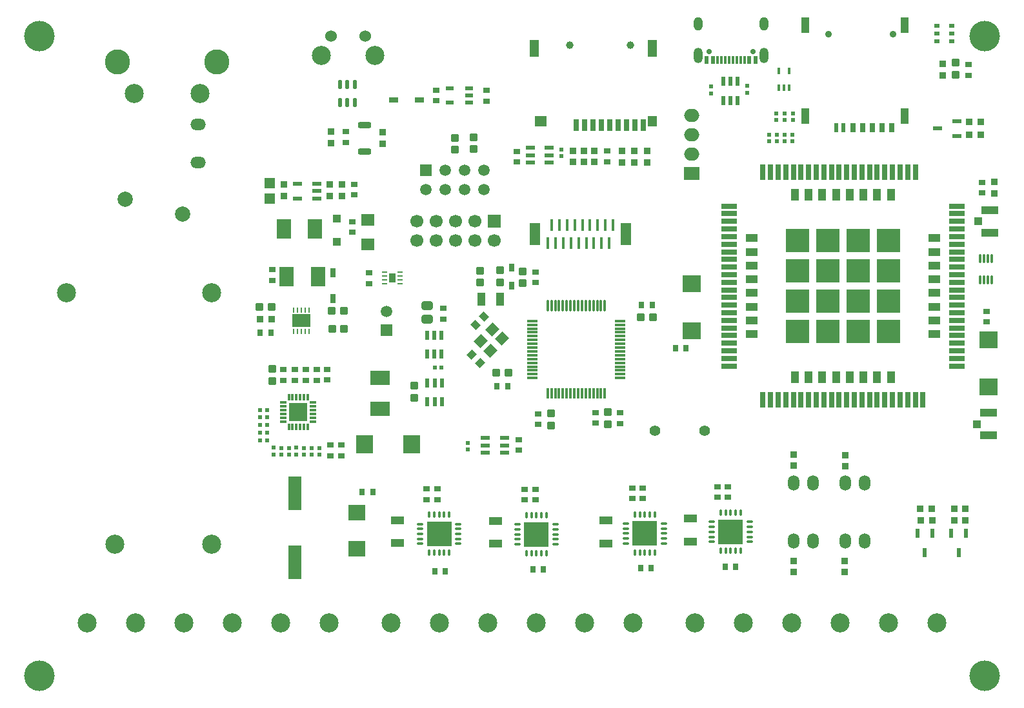
<source format=gbr>
%TF.GenerationSoftware,Altium Limited,Altium Designer,22.5.1 (42)*%
G04 Layer_Color=255*
%FSLAX45Y45*%
%MOMM*%
%TF.SameCoordinates,BCC7A4F8-9605-4868-ACEC-D28EECC8EA53*%
%TF.FilePolarity,Positive*%
%TF.FileFunction,Pads,Top*%
%TF.Part,Single*%
G01*
G75*
%TA.AperFunction,SMDPad,CuDef*%
G04:AMPARAMS|DCode=11|XSize=1.21mm|YSize=0.59mm|CornerRadius=0.07375mm|HoleSize=0mm|Usage=FLASHONLY|Rotation=0.000|XOffset=0mm|YOffset=0mm|HoleType=Round|Shape=RoundedRectangle|*
%AMROUNDEDRECTD11*
21,1,1.21000,0.44250,0,0,0.0*
21,1,1.06250,0.59000,0,0,0.0*
1,1,0.14750,0.53125,-0.22125*
1,1,0.14750,-0.53125,-0.22125*
1,1,0.14750,-0.53125,0.22125*
1,1,0.14750,0.53125,0.22125*
%
%ADD11ROUNDEDRECTD11*%
%ADD12R,0.54000X0.56566*%
%ADD13R,0.90000X0.80000*%
%ADD14R,0.60000X1.10000*%
%ADD15R,0.30000X1.10000*%
%ADD16R,1.90000X2.50000*%
%ADD17R,0.86401X0.80648*%
%ADD18R,1.15000X0.60000*%
%ADD19R,1.35001X1.41000*%
%ADD20R,1.00000X1.05320*%
%ADD21R,1.72799X1.48501*%
%ADD22R,2.50000X1.90000*%
%ADD23R,0.73000X1.21000*%
%ADD24R,0.80648X0.86401*%
%ADD25R,0.60000X1.20000*%
G04:AMPARAMS|DCode=26|XSize=1.65mm|YSize=2.4mm|CornerRadius=0.04125mm|HoleSize=0mm|Usage=FLASHONLY|Rotation=270.000|XOffset=0mm|YOffset=0mm|HoleType=Round|Shape=RoundedRectangle|*
%AMROUNDEDRECTD26*
21,1,1.65000,2.31750,0,0,270.0*
21,1,1.56750,2.40000,0,0,270.0*
1,1,0.08250,-1.15875,-0.78375*
1,1,0.08250,-1.15875,0.78375*
1,1,0.08250,1.15875,0.78375*
1,1,0.08250,1.15875,-0.78375*
%
%ADD26ROUNDEDRECTD26*%
G04:AMPARAMS|DCode=27|XSize=0.6mm|YSize=0.24mm|CornerRadius=0.03mm|HoleSize=0mm|Usage=FLASHONLY|Rotation=270.000|XOffset=0mm|YOffset=0mm|HoleType=Round|Shape=RoundedRectangle|*
%AMROUNDEDRECTD27*
21,1,0.60000,0.18000,0,0,270.0*
21,1,0.54000,0.24000,0,0,270.0*
1,1,0.06000,-0.09000,-0.27000*
1,1,0.06000,-0.09000,0.27000*
1,1,0.06000,0.09000,0.27000*
1,1,0.06000,0.09000,-0.27000*
%
%ADD27ROUNDEDRECTD27*%
%ADD28R,0.40000X1.60000*%
%ADD29R,1.40000X2.90000*%
%ADD30R,1.21000X0.73000*%
%ADD31R,1.10000X0.60000*%
%ADD32R,0.70000X1.60000*%
%ADD33R,1.60000X1.40000*%
%ADD34R,1.20000X2.20000*%
%ADD35R,1.20000X1.40000*%
G04:AMPARAMS|DCode=36|XSize=1.475mm|YSize=0.3mm|CornerRadius=0.075mm|HoleSize=0mm|Usage=FLASHONLY|Rotation=90.000|XOffset=0mm|YOffset=0mm|HoleType=Round|Shape=RoundedRectangle|*
%AMROUNDEDRECTD36*
21,1,1.47500,0.15000,0,0,90.0*
21,1,1.32500,0.30000,0,0,90.0*
1,1,0.15000,0.07500,0.66250*
1,1,0.15000,0.07500,-0.66250*
1,1,0.15000,-0.07500,-0.66250*
1,1,0.15000,-0.07500,0.66250*
%
%ADD36ROUNDEDRECTD36*%
%ADD37R,1.47500X0.30000*%
%ADD38R,0.30000X1.47500*%
%ADD39R,0.75001X1.00000*%
G04:AMPARAMS|DCode=40|XSize=1.7mm|YSize=0.8mm|CornerRadius=0.2mm|HoleSize=0mm|Usage=FLASHONLY|Rotation=180.000|XOffset=0mm|YOffset=0mm|HoleType=Round|Shape=RoundedRectangle|*
%AMROUNDEDRECTD40*
21,1,1.70000,0.40000,0,0,180.0*
21,1,1.30000,0.80000,0,0,180.0*
1,1,0.40000,-0.65000,0.20000*
1,1,0.40000,0.65000,0.20000*
1,1,0.40000,0.65000,-0.20000*
1,1,0.40000,-0.65000,-0.20000*
%
%ADD40ROUNDEDRECTD40*%
%ADD41R,0.88900X1.29540*%
%ADD42R,0.71120X0.25400*%
%ADD43R,1.65100X4.50088*%
G04:AMPARAMS|DCode=44|XSize=1.21mm|YSize=0.59mm|CornerRadius=0.07375mm|HoleSize=0mm|Usage=FLASHONLY|Rotation=90.000|XOffset=0mm|YOffset=0mm|HoleType=Round|Shape=RoundedRectangle|*
%AMROUNDEDRECTD44*
21,1,1.21000,0.44250,0,0,90.0*
21,1,1.06250,0.59000,0,0,90.0*
1,1,0.14750,0.22125,0.53125*
1,1,0.14750,0.22125,-0.53125*
1,1,0.14750,-0.22125,-0.53125*
1,1,0.14750,-0.22125,0.53125*
%
%ADD44ROUNDEDRECTD44*%
G04:AMPARAMS|DCode=45|XSize=1.45mm|YSize=1.15mm|CornerRadius=0.2875mm|HoleSize=0mm|Usage=FLASHONLY|Rotation=0.000|XOffset=0mm|YOffset=0mm|HoleType=Round|Shape=RoundedRectangle|*
%AMROUNDEDRECTD45*
21,1,1.45000,0.57500,0,0,0.0*
21,1,0.87500,1.15000,0,0,0.0*
1,1,0.57500,0.43750,-0.28750*
1,1,0.57500,-0.43750,-0.28750*
1,1,0.57500,-0.43750,0.28750*
1,1,0.57500,0.43750,0.28750*
%
%ADD45ROUNDEDRECTD45*%
G04:AMPARAMS|DCode=46|XSize=0.94mm|YSize=1.02mm|CornerRadius=0.094mm|HoleSize=0mm|Usage=FLASHONLY|Rotation=180.000|XOffset=0mm|YOffset=0mm|HoleType=Round|Shape=RoundedRectangle|*
%AMROUNDEDRECTD46*
21,1,0.94000,0.83200,0,0,180.0*
21,1,0.75200,1.02000,0,0,180.0*
1,1,0.18800,-0.37600,0.41600*
1,1,0.18800,0.37600,0.41600*
1,1,0.18800,0.37600,-0.41600*
1,1,0.18800,-0.37600,-0.41600*
%
%ADD46ROUNDEDRECTD46*%
%ADD47R,0.80000X0.90000*%
%ADD48R,0.56566X0.54000*%
G04:AMPARAMS|DCode=49|XSize=0.94mm|YSize=1.02mm|CornerRadius=0.094mm|HoleSize=0mm|Usage=FLASHONLY|Rotation=270.000|XOffset=0mm|YOffset=0mm|HoleType=Round|Shape=RoundedRectangle|*
%AMROUNDEDRECTD49*
21,1,0.94000,0.83200,0,0,270.0*
21,1,0.75200,1.02000,0,0,270.0*
1,1,0.18800,-0.41600,-0.37600*
1,1,0.18800,-0.41600,0.37600*
1,1,0.18800,0.41600,0.37600*
1,1,0.18800,0.41600,-0.37600*
%
%ADD49ROUNDEDRECTD49*%
%ADD50R,2.30000X2.45000*%
G04:AMPARAMS|DCode=51|XSize=0.86mm|YSize=0.27mm|CornerRadius=0.03375mm|HoleSize=0mm|Usage=FLASHONLY|Rotation=90.000|XOffset=0mm|YOffset=0mm|HoleType=Round|Shape=RoundedRectangle|*
%AMROUNDEDRECTD51*
21,1,0.86000,0.20250,0,0,90.0*
21,1,0.79250,0.27000,0,0,90.0*
1,1,0.06750,0.10125,0.39625*
1,1,0.06750,0.10125,-0.39625*
1,1,0.06750,-0.10125,-0.39625*
1,1,0.06750,-0.10125,0.39625*
%
%ADD51ROUNDEDRECTD51*%
G04:AMPARAMS|DCode=52|XSize=0.86mm|YSize=0.27mm|CornerRadius=0.03375mm|HoleSize=0mm|Usage=FLASHONLY|Rotation=0.000|XOffset=0mm|YOffset=0mm|HoleType=Round|Shape=RoundedRectangle|*
%AMROUNDEDRECTD52*
21,1,0.86000,0.20250,0,0,0.0*
21,1,0.79250,0.27000,0,0,0.0*
1,1,0.06750,0.39625,-0.10125*
1,1,0.06750,-0.39625,-0.10125*
1,1,0.06750,-0.39625,0.10125*
1,1,0.06750,0.39625,0.10125*
%
%ADD52ROUNDEDRECTD52*%
%ADD53R,2.45000X2.45000*%
G04:AMPARAMS|DCode=54|XSize=1.24mm|YSize=0.55mm|CornerRadius=0.1375mm|HoleSize=0mm|Usage=FLASHONLY|Rotation=270.000|XOffset=0mm|YOffset=0mm|HoleType=Round|Shape=RoundedRectangle|*
%AMROUNDEDRECTD54*
21,1,1.24000,0.27500,0,0,270.0*
21,1,0.96500,0.55000,0,0,270.0*
1,1,0.27500,-0.13750,-0.48250*
1,1,0.27500,-0.13750,0.48250*
1,1,0.27500,0.13750,0.48250*
1,1,0.27500,0.13750,-0.48250*
%
%ADD54ROUNDEDRECTD54*%
G04:AMPARAMS|DCode=55|XSize=0.71mm|YSize=0.53mm|CornerRadius=0.06625mm|HoleSize=0mm|Usage=FLASHONLY|Rotation=0.000|XOffset=0mm|YOffset=0mm|HoleType=Round|Shape=RoundedRectangle|*
%AMROUNDEDRECTD55*
21,1,0.71000,0.39750,0,0,0.0*
21,1,0.57750,0.53000,0,0,0.0*
1,1,0.13250,0.28875,-0.19875*
1,1,0.13250,-0.28875,-0.19875*
1,1,0.13250,-0.28875,0.19875*
1,1,0.13250,0.28875,0.19875*
%
%ADD55ROUNDEDRECTD55*%
G04:AMPARAMS|DCode=56|XSize=1.12mm|YSize=0.27mm|CornerRadius=0.03375mm|HoleSize=0mm|Usage=FLASHONLY|Rotation=90.000|XOffset=0mm|YOffset=0mm|HoleType=Round|Shape=RoundedRectangle|*
%AMROUNDEDRECTD56*
21,1,1.12000,0.20250,0,0,90.0*
21,1,1.05250,0.27000,0,0,90.0*
1,1,0.06750,0.10125,0.52625*
1,1,0.06750,0.10125,-0.52625*
1,1,0.06750,-0.10125,-0.52625*
1,1,0.06750,-0.10125,0.52625*
%
%ADD56ROUNDEDRECTD56*%
%ADD57R,0.60000X1.30000*%
%ADD58R,0.80000X1.30000*%
%ADD59R,1.00000X2.10000*%
%ADD60R,2.20000X1.05000*%
%ADD61R,1.05000X1.00000*%
%TA.AperFunction,BGAPad,CuDef*%
%ADD62R,3.09999X3.09999*%
%TA.AperFunction,SMDPad,CuDef*%
%ADD63R,0.70000X2.00000*%
%ADD64R,2.00000X0.70000*%
%ADD65R,1.60000X1.10000*%
%ADD66R,1.10000X1.60000*%
%ADD67R,2.00000X0.70000*%
%ADD68R,2.45000X2.30000*%
%ADD69R,0.86401X0.80000*%
%ADD70R,1.20000X0.60000*%
%ADD71R,0.30480X0.87630*%
%ADD72R,1.00000X1.80000*%
G04:AMPARAMS|DCode=73|XSize=0.94mm|YSize=1.02mm|CornerRadius=0.094mm|HoleSize=0mm|Usage=FLASHONLY|Rotation=45.000|XOffset=0mm|YOffset=0mm|HoleType=Round|Shape=RoundedRectangle|*
%AMROUNDEDRECTD73*
21,1,0.94000,0.83200,0,0,45.0*
21,1,0.75200,1.02000,0,0,45.0*
1,1,0.18800,0.56003,-0.02829*
1,1,0.18800,0.02829,-0.56003*
1,1,0.18800,-0.56003,0.02829*
1,1,0.18800,-0.02829,0.56003*
%
%ADD73ROUNDEDRECTD73*%
G04:AMPARAMS|DCode=74|XSize=0.94mm|YSize=1.02mm|CornerRadius=0.094mm|HoleSize=0mm|Usage=FLASHONLY|Rotation=315.000|XOffset=0mm|YOffset=0mm|HoleType=Round|Shape=RoundedRectangle|*
%AMROUNDEDRECTD74*
21,1,0.94000,0.83200,0,0,315.0*
21,1,0.75200,1.02000,0,0,315.0*
1,1,0.18800,-0.02829,-0.56003*
1,1,0.18800,-0.56003,-0.02829*
1,1,0.18800,0.02829,0.56003*
1,1,0.18800,0.56003,0.02829*
%
%ADD74ROUNDEDRECTD74*%
G04:AMPARAMS|DCode=75|XSize=0.94mm|YSize=1.77mm|CornerRadius=0.0658mm|HoleSize=0mm|Usage=FLASHONLY|Rotation=90.000|XOffset=0mm|YOffset=0mm|HoleType=Round|Shape=RoundedRectangle|*
%AMROUNDEDRECTD75*
21,1,0.94000,1.63840,0,0,90.0*
21,1,0.80840,1.77000,0,0,90.0*
1,1,0.13160,0.81920,0.40420*
1,1,0.13160,0.81920,-0.40420*
1,1,0.13160,-0.81920,-0.40420*
1,1,0.13160,-0.81920,0.40420*
%
%ADD75ROUNDEDRECTD75*%
G04:AMPARAMS|DCode=76|XSize=1.09mm|YSize=1.77mm|CornerRadius=0.0763mm|HoleSize=0mm|Usage=FLASHONLY|Rotation=90.000|XOffset=0mm|YOffset=0mm|HoleType=Round|Shape=RoundedRectangle|*
%AMROUNDEDRECTD76*
21,1,1.09000,1.61740,0,0,90.0*
21,1,0.93740,1.77000,0,0,90.0*
1,1,0.15260,0.80870,0.46870*
1,1,0.15260,0.80870,-0.46870*
1,1,0.15260,-0.80870,-0.46870*
1,1,0.15260,-0.80870,0.46870*
%
%ADD76ROUNDEDRECTD76*%
%ADD77O,0.84699X0.36401*%
%ADD78R,2.19240X2.04749*%
G04:AMPARAMS|DCode=79|XSize=1.4mm|YSize=1.2mm|CornerRadius=0mm|HoleSize=0mm|Usage=FLASHONLY|Rotation=225.000|XOffset=0mm|YOffset=0mm|HoleType=Round|Shape=Rectangle|*
%AMROTATEDRECTD79*
4,1,4,0.07071,0.91924,0.91924,0.07071,-0.07071,-0.91924,-0.91924,-0.07071,0.07071,0.91924,0.0*
%
%ADD79ROTATEDRECTD79*%

%ADD80R,3.25001X3.25001*%
%ADD81O,0.36401X0.84699*%
%TA.AperFunction,ComponentPad*%
%ADD85O,1.20000X2.00000*%
%ADD86O,1.20000X1.80000*%
%ADD87C,0.70002*%
%ADD88C,3.30002*%
%ADD89C,2.50000*%
%ADD90C,2.49936*%
%ADD91C,1.99898*%
%TA.AperFunction,ViaPad*%
%ADD92C,4.00000*%
%TA.AperFunction,ComponentPad*%
%ADD93R,2.00000X1.70000*%
%ADD94O,2.00000X1.70000*%
%ADD95C,1.00000*%
%ADD96C,1.52400*%
%ADD97O,1.52400X2.00000*%
%ADD98C,1.50800*%
%ADD99R,1.50800X1.50800*%
%ADD100C,1.70000*%
%ADD101R,1.70000X1.70000*%
%ADD102C,1.50000*%
%ADD103R,1.50000X1.50000*%
%ADD104C,0.90002*%
%ADD105C,1.40800*%
%ADD106O,2.00000X1.50000*%
D11*
X6147260Y3422540D02*
D03*
Y3327540D02*
D03*
Y3232540D02*
D03*
X6398260D02*
D03*
Y3327540D02*
D03*
Y3422540D02*
D03*
X6737170Y7043420D02*
D03*
Y7138420D02*
D03*
Y7233420D02*
D03*
X6988170D02*
D03*
Y7138420D02*
D03*
Y7043420D02*
D03*
D12*
X5921190Y3360372D02*
D03*
Y3273809D02*
D03*
X7143220Y7208932D02*
D03*
Y7122369D02*
D03*
X3973644Y3208098D02*
D03*
Y3294661D02*
D03*
X3771764Y3294759D02*
D03*
Y3208196D02*
D03*
X3873364Y3294759D02*
D03*
Y3208196D02*
D03*
X3569124Y3294201D02*
D03*
Y3207638D02*
D03*
X3670284Y3208378D02*
D03*
Y3294941D02*
D03*
X3370304Y3208418D02*
D03*
Y3294981D02*
D03*
X3470444Y3206988D02*
D03*
Y3293551D02*
D03*
X9875980Y7409420D02*
D03*
Y7322857D02*
D03*
X10073310Y7322178D02*
D03*
Y7408741D02*
D03*
X10177650Y7322380D02*
D03*
Y7408943D02*
D03*
X9975180Y7322518D02*
D03*
Y7409081D02*
D03*
X10073810Y7688282D02*
D03*
Y7601718D02*
D03*
X10187940Y7688282D02*
D03*
Y7601718D02*
D03*
X9961520Y7688282D02*
D03*
Y7601718D02*
D03*
X9585010Y7959240D02*
D03*
X9111060Y7951480D02*
D03*
X9585010Y8045803D02*
D03*
X9111060Y8038043D02*
D03*
D13*
X6586580Y3263770D02*
D03*
Y3403750D02*
D03*
X4432120Y6754020D02*
D03*
Y6614040D02*
D03*
X4405490Y6124770D02*
D03*
Y6264749D02*
D03*
X6160130Y7848700D02*
D03*
X6160130Y7988680D02*
D03*
X5501431Y7851063D02*
D03*
Y7991043D02*
D03*
X4620920Y5591870D02*
D03*
Y5451891D02*
D03*
X6561180Y7046100D02*
D03*
Y7186080D02*
D03*
X4319540Y7303600D02*
D03*
Y7443579D02*
D03*
X5594884Y4985009D02*
D03*
Y5124989D02*
D03*
X3354040Y5632779D02*
D03*
Y5492800D02*
D03*
X4261554Y3331179D02*
D03*
Y3191199D02*
D03*
X4118954Y3190599D02*
D03*
Y3330579D02*
D03*
X3497354Y4182280D02*
D03*
Y4322259D02*
D03*
X3791604Y4183590D02*
D03*
Y4323569D02*
D03*
X3934144Y4182280D02*
D03*
Y4322259D02*
D03*
X4076014Y4184910D02*
D03*
Y4324889D02*
D03*
X3648414Y4182930D02*
D03*
Y4322909D02*
D03*
X7596990Y3758910D02*
D03*
Y3618930D02*
D03*
X7743120Y7051947D02*
D03*
Y7191926D02*
D03*
X12489990Y8327407D02*
D03*
Y8187428D02*
D03*
X12723945Y5089400D02*
D03*
Y4949420D02*
D03*
X6839709Y3741080D02*
D03*
Y3601101D02*
D03*
X7918430Y3753880D02*
D03*
Y3613901D02*
D03*
X6803930Y5462710D02*
D03*
Y5602690D02*
D03*
X9334150Y2786100D02*
D03*
Y2646120D02*
D03*
X9192970Y2786890D02*
D03*
Y2646910D02*
D03*
X8215640Y2768600D02*
D03*
Y2628620D02*
D03*
X8073180Y2769180D02*
D03*
Y2629200D02*
D03*
X6659180Y2750600D02*
D03*
Y2610621D02*
D03*
X6806720Y2751380D02*
D03*
Y2611401D02*
D03*
X5517060Y2616950D02*
D03*
Y2756930D02*
D03*
X5377360Y2616950D02*
D03*
Y2756930D02*
D03*
D14*
X9693529Y8388260D02*
D03*
X9053531D02*
D03*
X9613529D02*
D03*
X9133530D02*
D03*
D15*
X9498531D02*
D03*
X9198532D02*
D03*
X9448531D02*
D03*
X9348531D02*
D03*
X9398531D02*
D03*
X9298531D02*
D03*
X9548531D02*
D03*
X9248531D02*
D03*
D16*
X3505323Y6166710D02*
D03*
X3915330D02*
D03*
X3543343Y5546180D02*
D03*
X3953350D02*
D03*
D17*
X3509190Y6753781D02*
D03*
Y6603133D02*
D03*
X4106590D02*
D03*
Y6753781D02*
D03*
X4265960Y6603133D02*
D03*
Y6753781D02*
D03*
X10870800Y3050126D02*
D03*
X10196400Y3058956D02*
D03*
X10865870Y1662136D02*
D03*
X10193200D02*
D03*
Y1812784D02*
D03*
X10865870D02*
D03*
X10870800Y3200774D02*
D03*
X10196400Y3209604D02*
D03*
X4803630Y7440104D02*
D03*
Y7289456D02*
D03*
X4127230Y7449883D02*
D03*
Y7299236D02*
D03*
X8271470Y7194660D02*
D03*
Y7044013D02*
D03*
X7941270D02*
D03*
Y7194660D02*
D03*
X8106370Y7044013D02*
D03*
Y7194660D02*
D03*
X7297180Y7047296D02*
D03*
Y7197944D02*
D03*
X7578020Y7046613D02*
D03*
Y7197260D02*
D03*
X7438310Y7047296D02*
D03*
Y7197944D02*
D03*
X12153060Y8187666D02*
D03*
Y8338314D02*
D03*
X12825540Y6784658D02*
D03*
Y6634010D02*
D03*
D18*
X3684530Y6570200D02*
D03*
Y6760200D02*
D03*
X3934530D02*
D03*
Y6665200D02*
D03*
Y6570200D02*
D03*
D19*
X3316510Y6571310D02*
D03*
Y6771315D02*
D03*
D20*
X4201100Y6301550D02*
D03*
Y5996230D02*
D03*
D21*
X4609460Y6288161D02*
D03*
Y5969660D02*
D03*
D22*
X4767840Y4214603D02*
D03*
Y3804596D02*
D03*
D23*
X4151570Y5590929D02*
D03*
Y5254930D02*
D03*
D24*
X12449437Y2496390D02*
D03*
X12298789D02*
D03*
X11859803Y2343980D02*
D03*
X12010450D02*
D03*
X12297913Y2343990D02*
D03*
X11857207Y2497190D02*
D03*
X12448560Y2343990D02*
D03*
X12007854Y2497190D02*
D03*
X3191090Y4980800D02*
D03*
X3341738D02*
D03*
X12494926Y7573290D02*
D03*
X12645574D02*
D03*
X12494926Y7403829D02*
D03*
X12645574D02*
D03*
D25*
X12357490Y1921750D02*
D03*
X12262490Y2171750D02*
D03*
X12452490D02*
D03*
X11915951Y1921750D02*
D03*
X11820950Y2171750D02*
D03*
X12010951D02*
D03*
D26*
X3731250Y4965510D02*
D03*
D27*
X3831250Y4825510D02*
D03*
X3781250D02*
D03*
X3731250D02*
D03*
X3681250D02*
D03*
X3631250D02*
D03*
Y5105510D02*
D03*
X3681250D02*
D03*
X3731250D02*
D03*
X3781250D02*
D03*
X3831250D02*
D03*
D28*
X6972120Y5980070D02*
D03*
X7022120Y6220070D02*
D03*
X7072120Y5980070D02*
D03*
X7122120Y6220070D02*
D03*
X7172120Y5980070D02*
D03*
X7222120Y6220070D02*
D03*
X7272120Y5980070D02*
D03*
X7322120Y6220070D02*
D03*
X7372120Y5980070D02*
D03*
X7422120Y6220070D02*
D03*
X7472120Y5980070D02*
D03*
X7522120Y6220070D02*
D03*
X7572120Y5980070D02*
D03*
X7622120Y6220070D02*
D03*
X7672120Y5980070D02*
D03*
X7722120Y6220070D02*
D03*
X7772120Y5980070D02*
D03*
X7822120Y6220070D02*
D03*
D29*
X6802120Y6100070D02*
D03*
X7992120Y6100070D02*
D03*
D30*
X5282460Y7860140D02*
D03*
X4946460D02*
D03*
D31*
X5678632Y7827897D02*
D03*
X5678632Y8017889D02*
D03*
X5938651Y8017889D02*
D03*
Y7922893D02*
D03*
Y7827897D02*
D03*
D32*
X8107221Y7529332D02*
D03*
X7337223D02*
D03*
X7447222D02*
D03*
X7557222D02*
D03*
X7997221D02*
D03*
X7777222D02*
D03*
X8217221D02*
D03*
X7667222D02*
D03*
X7887221D02*
D03*
D33*
X6877223Y7579334D02*
D03*
D34*
X6787221Y8539332D02*
D03*
X8337218D02*
D03*
D35*
X8336918Y7579332D02*
D03*
D36*
X7066060Y5159740D02*
D03*
X7116059D02*
D03*
X7216059D02*
D03*
X7266059D02*
D03*
X7316060D02*
D03*
X7366059D02*
D03*
X7416060D02*
D03*
X7466059D02*
D03*
X7516059D02*
D03*
X7566060D02*
D03*
X7616059D02*
D03*
X7666060D02*
D03*
X7716059D02*
D03*
X6966059D02*
D03*
X7166060D02*
D03*
X7016059D02*
D03*
D37*
X7914859Y4610940D02*
D03*
Y4560940D02*
D03*
Y4510940D02*
D03*
Y4460940D02*
D03*
Y4410940D02*
D03*
Y4360940D02*
D03*
Y4310940D02*
D03*
Y4260940D02*
D03*
Y4210940D02*
D03*
X6767260Y4460940D02*
D03*
Y4510940D02*
D03*
Y4560940D02*
D03*
Y4610940D02*
D03*
Y4910940D02*
D03*
X7914859Y4960940D02*
D03*
X6767260Y4360940D02*
D03*
X7914859Y4660940D02*
D03*
Y4710940D02*
D03*
X6767260Y4810940D02*
D03*
Y4860940D02*
D03*
X7914859D02*
D03*
Y4760940D02*
D03*
X6767260Y4660940D02*
D03*
Y4210940D02*
D03*
Y4260940D02*
D03*
Y4310940D02*
D03*
Y4710940D02*
D03*
Y4760940D02*
D03*
X7914859Y4910940D02*
D03*
X6767260Y4410940D02*
D03*
X7914859Y4810940D02*
D03*
X6767260Y4960940D02*
D03*
D38*
X7566060Y4012140D02*
D03*
X7516059D02*
D03*
X7466059D02*
D03*
X7416060D02*
D03*
X7366059D02*
D03*
X7316060D02*
D03*
X7716059D02*
D03*
X7066060D02*
D03*
X7616059D02*
D03*
X7116059D02*
D03*
X7166060D02*
D03*
X6966059D02*
D03*
X7266059D02*
D03*
X7216059D02*
D03*
X7666060D02*
D03*
X7016059D02*
D03*
D39*
X6491710Y5428461D02*
D03*
Y5662979D02*
D03*
D40*
X4561580Y7189460D02*
D03*
Y7529460D02*
D03*
D41*
X4927880Y5525080D02*
D03*
D42*
X5028210Y5600080D02*
D03*
Y5550080D02*
D03*
Y5500080D02*
D03*
Y5450080D02*
D03*
X4827550D02*
D03*
Y5500080D02*
D03*
Y5550080D02*
D03*
Y5600080D02*
D03*
D43*
X3647400Y2694338D02*
D03*
Y1794162D02*
D03*
D44*
X5383524Y4776489D02*
D03*
X5478524D02*
D03*
X5573524D02*
D03*
Y4525489D02*
D03*
X5478524D02*
D03*
X5383524D02*
D03*
X5388304Y3896639D02*
D03*
X5483304D02*
D03*
X5578304D02*
D03*
Y4147639D02*
D03*
X5483304D02*
D03*
X5388304D02*
D03*
X9366250Y8108300D02*
D03*
X9461250Y7857300D02*
D03*
Y8108300D02*
D03*
X9271250Y7857300D02*
D03*
Y8108300D02*
D03*
X9366250Y7857300D02*
D03*
D45*
X5382494Y5161649D02*
D03*
Y4981649D02*
D03*
D46*
X4135214Y5097299D02*
D03*
X4293214D02*
D03*
X4136894Y4854260D02*
D03*
X4294894D02*
D03*
X3343804Y5140999D02*
D03*
X3185804D02*
D03*
X6448060Y4277410D02*
D03*
X6290060D02*
D03*
X8187449Y5008230D02*
D03*
X8345450D02*
D03*
D47*
X3335644Y4802989D02*
D03*
X3195664D02*
D03*
X8640561Y4600200D02*
D03*
X8780540D02*
D03*
X6441929Y4105850D02*
D03*
X6301950D02*
D03*
X8196310Y5174080D02*
D03*
X8336289D02*
D03*
X4672780Y2712890D02*
D03*
X4532801D02*
D03*
X6772040Y1701310D02*
D03*
X6912020D02*
D03*
X9295903Y1734153D02*
D03*
X9435882D02*
D03*
X8183136Y1712785D02*
D03*
X8323115D02*
D03*
X5624362Y1670153D02*
D03*
X5484383D02*
D03*
D48*
X5573832Y4349020D02*
D03*
X5487268D02*
D03*
X3282562Y3595690D02*
D03*
X3195998D02*
D03*
X3281766Y3793439D02*
D03*
X3195203D02*
D03*
X3282313Y3695910D02*
D03*
X3195750D02*
D03*
X3194853Y3394889D02*
D03*
X3281416D02*
D03*
X3195333Y3495339D02*
D03*
X3281896D02*
D03*
D49*
X5214544Y3951709D02*
D03*
Y4109710D02*
D03*
X3349564Y4332919D02*
D03*
Y4174919D02*
D03*
X5993140Y7373850D02*
D03*
Y7215850D02*
D03*
X5745090Y7366320D02*
D03*
Y7208320D02*
D03*
X12316960Y8193959D02*
D03*
Y8351959D02*
D03*
X7011119Y3746360D02*
D03*
Y3588360D02*
D03*
X7754700Y3761870D02*
D03*
Y3603870D02*
D03*
X6635010Y5455930D02*
D03*
Y5613930D02*
D03*
X6344020Y5466280D02*
D03*
Y5624280D02*
D03*
X6083270Y5464280D02*
D03*
Y5622280D02*
D03*
D50*
X4561994Y3345379D02*
D03*
X5181994D02*
D03*
D51*
X3569034Y3570769D02*
D03*
X3619034D02*
D03*
X3669034D02*
D03*
X3719034D02*
D03*
X3769034D02*
D03*
X3819034D02*
D03*
Y3957769D02*
D03*
X3769034D02*
D03*
X3719034D02*
D03*
X3669034D02*
D03*
X3619034D02*
D03*
X3569034D02*
D03*
D52*
X3500534Y3889269D02*
D03*
Y3839269D02*
D03*
Y3789269D02*
D03*
Y3739269D02*
D03*
Y3689269D02*
D03*
Y3639269D02*
D03*
X3887534D02*
D03*
Y3689269D02*
D03*
Y3739269D02*
D03*
Y3789269D02*
D03*
Y3839269D02*
D03*
Y3889269D02*
D03*
D53*
X3694034Y3764269D02*
D03*
D54*
X4433880Y8063310D02*
D03*
X4338880D02*
D03*
X4243880D02*
D03*
Y7831310D02*
D03*
X4338880D02*
D03*
X4433880D02*
D03*
D55*
X12070050Y8834900D02*
D03*
Y8734900D02*
D03*
Y8634900D02*
D03*
X12267050D02*
D03*
Y8734900D02*
D03*
Y8834900D02*
D03*
D56*
X12640380Y5780510D02*
D03*
X12690380D02*
D03*
X12740380D02*
D03*
X12790380D02*
D03*
Y5499510D02*
D03*
X12740380D02*
D03*
X12690380D02*
D03*
X12640380D02*
D03*
D57*
X10749999Y7500317D02*
D03*
X10845000D02*
D03*
D58*
X10972000D02*
D03*
X11099000D02*
D03*
X11226000D02*
D03*
X11353000D02*
D03*
X11480000D02*
D03*
D59*
X11647000Y7648317D02*
D03*
X10347000D02*
D03*
X11647000Y8848318D02*
D03*
X10347000D02*
D03*
D60*
X12750780Y3753510D02*
D03*
Y3458510D02*
D03*
X12769310Y6417190D02*
D03*
Y6122190D02*
D03*
D61*
X12598280Y3606010D02*
D03*
X12616810Y6269690D02*
D03*
D62*
X10241521Y5619858D02*
D03*
Y4819860D02*
D03*
X11041520Y5219859D02*
D03*
X10641521D02*
D03*
Y5619858D02*
D03*
X11041520D02*
D03*
X11441519D02*
D03*
Y5219859D02*
D03*
Y4819860D02*
D03*
X11041520D02*
D03*
X10641521D02*
D03*
X10241521Y5219859D02*
D03*
Y6019857D02*
D03*
X10641521D02*
D03*
X11041520D02*
D03*
X11441519D02*
D03*
X10241521Y5619858D02*
D03*
Y4819860D02*
D03*
X11041520Y5219859D02*
D03*
X10641521D02*
D03*
Y5619858D02*
D03*
X11041520D02*
D03*
X11441519D02*
D03*
Y5219859D02*
D03*
Y4819860D02*
D03*
X11041520D02*
D03*
X10641521D02*
D03*
X10241521Y5219859D02*
D03*
Y6019857D02*
D03*
X10641521D02*
D03*
X11041520D02*
D03*
X11441519D02*
D03*
D63*
X9790112Y3924865D02*
D03*
X9890112D02*
D03*
X9990112D02*
D03*
X10090112D02*
D03*
X10190112D02*
D03*
X10290111D02*
D03*
X10390111D02*
D03*
X10490111D02*
D03*
X10590111D02*
D03*
X10690111D02*
D03*
X10790111D02*
D03*
X10890110D02*
D03*
X10990110D02*
D03*
X11090135D02*
D03*
X11190135D02*
D03*
X11290109D02*
D03*
X11390109D02*
D03*
X11490109D02*
D03*
X11590109D02*
D03*
X11690109D02*
D03*
X11790108D02*
D03*
X11890108D02*
D03*
X9790112Y6914852D02*
D03*
X9890112D02*
D03*
X9990112D02*
D03*
X10090112D02*
D03*
X10190112D02*
D03*
X10290111D02*
D03*
X10390111D02*
D03*
X10490111D02*
D03*
X10590111D02*
D03*
X10690111D02*
D03*
X10790111D02*
D03*
X10890110D02*
D03*
X10990110D02*
D03*
X11090135D02*
D03*
X11190135D02*
D03*
X11290109D02*
D03*
X11490109D02*
D03*
X11390109D02*
D03*
X11590109D02*
D03*
X11690109D02*
D03*
X11790108D02*
D03*
X9790112Y3924865D02*
D03*
X9890112D02*
D03*
X9990112D02*
D03*
X10090112D02*
D03*
X10190112D02*
D03*
X10290111D02*
D03*
X10390111D02*
D03*
X10490111D02*
D03*
X10590111D02*
D03*
X10690111D02*
D03*
X10790111D02*
D03*
X10890110D02*
D03*
X10990110D02*
D03*
X11090135D02*
D03*
X11190135D02*
D03*
X11290109D02*
D03*
X11390109D02*
D03*
X11490109D02*
D03*
X11590109D02*
D03*
X11690109D02*
D03*
X11790108D02*
D03*
X11890108D02*
D03*
X9790112Y6914852D02*
D03*
X9890112D02*
D03*
X9990112D02*
D03*
X10090112D02*
D03*
X10190112D02*
D03*
X10290111D02*
D03*
X10390111D02*
D03*
X10490111D02*
D03*
X10590111D02*
D03*
X10690111D02*
D03*
X10790111D02*
D03*
X10890110D02*
D03*
X10990110D02*
D03*
X11090135D02*
D03*
X11190135D02*
D03*
X11290109D02*
D03*
X11490109D02*
D03*
X11390109D02*
D03*
X11590109D02*
D03*
X11690109D02*
D03*
X11790108D02*
D03*
D64*
X12336513Y4368451D02*
D03*
Y4468451D02*
D03*
Y4568451D02*
D03*
Y4668450D02*
D03*
Y4768450D02*
D03*
Y4868450D02*
D03*
Y4968450D02*
D03*
Y5068450D02*
D03*
Y5168449D02*
D03*
Y5268449D02*
D03*
Y5368449D02*
D03*
Y5468449D02*
D03*
Y5568449D02*
D03*
Y5668474D02*
D03*
Y5768474D02*
D03*
Y5868448D02*
D03*
Y5968448D02*
D03*
Y6068448D02*
D03*
Y6168447D02*
D03*
Y6268447D02*
D03*
Y6368447D02*
D03*
Y6468447D02*
D03*
Y4368451D02*
D03*
Y4468451D02*
D03*
Y4568451D02*
D03*
Y4668450D02*
D03*
Y4768450D02*
D03*
Y4868450D02*
D03*
Y4968450D02*
D03*
Y5068450D02*
D03*
Y5168449D02*
D03*
Y5268449D02*
D03*
Y5368449D02*
D03*
Y5468449D02*
D03*
Y5568449D02*
D03*
Y5668474D02*
D03*
Y5768474D02*
D03*
Y5868448D02*
D03*
Y5968448D02*
D03*
Y6068448D02*
D03*
Y6168447D02*
D03*
Y6268447D02*
D03*
Y6368447D02*
D03*
Y6468447D02*
D03*
D65*
X12041518Y4788465D02*
D03*
Y4968450D02*
D03*
Y5148460D02*
D03*
Y5328469D02*
D03*
Y5508454D02*
D03*
Y5688464D02*
D03*
Y5868448D02*
D03*
Y6048458D02*
D03*
X9641523D02*
D03*
Y5868448D02*
D03*
Y5688464D02*
D03*
Y5508454D02*
D03*
Y5328469D02*
D03*
Y5148460D02*
D03*
Y4968450D02*
D03*
Y4788465D02*
D03*
X12041518D02*
D03*
Y4968450D02*
D03*
Y5148460D02*
D03*
Y5328469D02*
D03*
Y5508454D02*
D03*
Y5688464D02*
D03*
Y5868448D02*
D03*
Y6048458D02*
D03*
X9641523D02*
D03*
Y5868448D02*
D03*
Y5688464D02*
D03*
Y5508454D02*
D03*
Y5328469D02*
D03*
Y5148460D02*
D03*
Y4968450D02*
D03*
Y4788465D02*
D03*
D66*
X11470119Y6619856D02*
D03*
X11290109D02*
D03*
X11110125D02*
D03*
X10930115D02*
D03*
X10750131D02*
D03*
X10570121D02*
D03*
X10390111D02*
D03*
X10210127D02*
D03*
Y4219861D02*
D03*
X10390111D02*
D03*
X10570121D02*
D03*
X10750131D02*
D03*
X10930115D02*
D03*
X11110125D02*
D03*
X11290109D02*
D03*
X11470119D02*
D03*
Y6619856D02*
D03*
X11290109D02*
D03*
X11110125D02*
D03*
X10930115D02*
D03*
X10750131D02*
D03*
X10570121D02*
D03*
X10390111D02*
D03*
X10210127D02*
D03*
Y4219861D02*
D03*
X10390111D02*
D03*
X10570121D02*
D03*
X10750131D02*
D03*
X10930115D02*
D03*
X11110125D02*
D03*
X11290109D02*
D03*
X11470119D02*
D03*
D67*
X9346527Y4368451D02*
D03*
Y4468451D02*
D03*
Y4568451D02*
D03*
Y4668450D02*
D03*
Y4768450D02*
D03*
Y4868450D02*
D03*
Y4968450D02*
D03*
Y5068450D02*
D03*
Y5168449D02*
D03*
Y5268449D02*
D03*
Y5368449D02*
D03*
Y5568449D02*
D03*
Y5468449D02*
D03*
Y5668474D02*
D03*
Y5768474D02*
D03*
Y5868448D02*
D03*
Y5968448D02*
D03*
Y6068448D02*
D03*
Y6168447D02*
D03*
Y6268447D02*
D03*
Y6368447D02*
D03*
Y6468447D02*
D03*
Y4368451D02*
D03*
Y4468451D02*
D03*
Y4568451D02*
D03*
Y4668450D02*
D03*
Y4768450D02*
D03*
Y4868450D02*
D03*
Y4968450D02*
D03*
Y5068450D02*
D03*
Y5168449D02*
D03*
Y5268449D02*
D03*
Y5368449D02*
D03*
Y5568449D02*
D03*
Y5468449D02*
D03*
Y5668474D02*
D03*
Y5768474D02*
D03*
Y5868448D02*
D03*
Y5968448D02*
D03*
Y6068448D02*
D03*
Y6168447D02*
D03*
Y6268447D02*
D03*
Y6368447D02*
D03*
Y6468447D02*
D03*
D68*
X8852480Y4831930D02*
D03*
Y5451930D02*
D03*
X12747830Y4092900D02*
D03*
Y4712900D02*
D03*
D69*
X12669940Y6780900D02*
D03*
Y6640920D02*
D03*
D70*
X12333710Y7390930D02*
D03*
Y7580930D02*
D03*
X12083710Y7485930D02*
D03*
D71*
X10000840Y8024145D02*
D03*
X10065840D02*
D03*
X10130840D02*
D03*
Y8246395D02*
D03*
X10000840D02*
D03*
D72*
X6092711Y5244172D02*
D03*
X6342711D02*
D03*
D73*
X6128234Y5015504D02*
D03*
X6016511Y4903781D02*
D03*
D74*
X6079484Y4408326D02*
D03*
X5967761Y4520049D02*
D03*
D75*
X6286453Y2337423D02*
D03*
X7726970Y2339880D02*
D03*
X4995572Y2344853D02*
D03*
X8836790Y2366460D02*
D03*
D76*
X6286453Y2036923D02*
D03*
X7726970Y2039380D02*
D03*
X4995572Y2044353D02*
D03*
X8836790Y2065960D02*
D03*
D77*
X9116043Y2191353D02*
D03*
Y2126352D02*
D03*
Y2321352D02*
D03*
Y2256354D02*
D03*
X5291823Y2165453D02*
D03*
Y2100451D02*
D03*
Y2295452D02*
D03*
Y2230454D02*
D03*
X7990576Y2169985D02*
D03*
Y2104984D02*
D03*
Y2299985D02*
D03*
Y2234986D02*
D03*
X6570003Y2158023D02*
D03*
Y2093022D02*
D03*
Y2288023D02*
D03*
Y2223024D02*
D03*
X7069702Y2288023D02*
D03*
Y2223024D02*
D03*
Y2158023D02*
D03*
Y2093022D02*
D03*
Y2028023D02*
D03*
X6570003D02*
D03*
X5291823Y2035453D02*
D03*
X5791522D02*
D03*
Y2100451D02*
D03*
Y2165453D02*
D03*
Y2230454D02*
D03*
Y2295452D02*
D03*
X8490275Y2299985D02*
D03*
Y2234986D02*
D03*
Y2169985D02*
D03*
Y2104984D02*
D03*
Y2039986D02*
D03*
X7990576D02*
D03*
X9615742Y2321352D02*
D03*
Y2256354D02*
D03*
Y2191353D02*
D03*
Y2126352D02*
D03*
Y2061353D02*
D03*
X9116043D02*
D03*
D78*
X4459290Y1973980D02*
D03*
Y2446115D02*
D03*
D79*
X6086759Y4696830D02*
D03*
X6366053Y4728649D02*
D03*
X6242319Y4852390D02*
D03*
X6210504Y4573093D02*
D03*
D80*
X6819853Y2158023D02*
D03*
X5541672Y2165453D02*
D03*
X8240425Y2169985D02*
D03*
X9365893Y2191353D02*
D03*
D81*
X6689853Y2407873D02*
D03*
X6754851D02*
D03*
X6819853D02*
D03*
X6884854D02*
D03*
X6949852D02*
D03*
Y1908173D02*
D03*
X6884854D02*
D03*
X6819853D02*
D03*
X6754851D02*
D03*
X6689853D02*
D03*
X5411673Y1915603D02*
D03*
X5476671D02*
D03*
X5541672D02*
D03*
X5606674D02*
D03*
X5671672D02*
D03*
Y2415302D02*
D03*
X5606674D02*
D03*
X5541672D02*
D03*
X5476671D02*
D03*
X5411673D02*
D03*
X8110426Y2419835D02*
D03*
X8175424D02*
D03*
X8240425D02*
D03*
X8305427D02*
D03*
X8370425D02*
D03*
Y1920136D02*
D03*
X8305427D02*
D03*
X8240425D02*
D03*
X8175424D02*
D03*
X8110426D02*
D03*
X9235893Y2441202D02*
D03*
X9300891D02*
D03*
X9365893D02*
D03*
X9430894D02*
D03*
X9495892D02*
D03*
Y1941503D02*
D03*
X9430894D02*
D03*
X9365893D02*
D03*
X9300891D02*
D03*
X9235893D02*
D03*
D85*
X9806031Y8443257D02*
D03*
X8941029Y8443261D02*
D03*
D86*
X9806031Y8863260D02*
D03*
X8941029D02*
D03*
D87*
X9662526Y8495270D02*
D03*
X9084524D02*
D03*
D88*
X1321690Y8364060D02*
D03*
X2621713D02*
D03*
D89*
X1541707Y7944071D02*
D03*
X2401716D02*
D03*
X4697384Y8446950D02*
D03*
X3997386D02*
D03*
X1554413Y998280D02*
D03*
X919413D02*
D03*
X2189413D02*
D03*
X2824413D02*
D03*
X3459413D02*
D03*
X4094413D02*
D03*
X4909398D02*
D03*
X5544398D02*
D03*
X6179398D02*
D03*
X6814398D02*
D03*
X7449398D02*
D03*
X8084398D02*
D03*
X8899383D02*
D03*
X9534383D02*
D03*
X10169383D02*
D03*
X10804383D02*
D03*
X11439383D02*
D03*
X12074383D02*
D03*
D90*
X650810Y5328270D02*
D03*
X2555810D02*
D03*
X1285810Y2026270D02*
D03*
X2555810D02*
D03*
D91*
X1425850Y6562510D02*
D03*
X2177550Y6366310D02*
D03*
D92*
X300000Y300000D02*
D03*
X12700000Y300002D02*
D03*
X12699998Y8700002D02*
D03*
X299998Y8700000D02*
D03*
D93*
X8853710Y6897850D02*
D03*
D94*
Y7151850D02*
D03*
Y7659850D02*
D03*
Y7405850D02*
D03*
D95*
X8055227Y8579330D02*
D03*
X7257210D02*
D03*
D96*
X4572391Y8696963D02*
D03*
X4122379D02*
D03*
D97*
X10451930Y2067370D02*
D03*
Y2829370D02*
D03*
X11125420Y2074230D02*
D03*
Y2836230D02*
D03*
X10871420D02*
D03*
X10197930Y2829370D02*
D03*
Y2067370D02*
D03*
X10871420Y2074230D02*
D03*
D98*
X4852140Y5088510D02*
D03*
D99*
Y4838510D02*
D03*
D100*
X5250560Y6015340D02*
D03*
Y6269340D02*
D03*
X5504560Y6015340D02*
D03*
Y6269340D02*
D03*
X5758560Y6015340D02*
D03*
Y6269340D02*
D03*
X6012560Y6015340D02*
D03*
Y6269340D02*
D03*
X6266560Y6015340D02*
D03*
D101*
Y6269340D02*
D03*
D102*
X6131530Y6688710D02*
D03*
X5877530D02*
D03*
X5623530D02*
D03*
X5369530D02*
D03*
X5623530Y6942710D02*
D03*
X5877530D02*
D03*
X6131530D02*
D03*
D103*
X5369530D02*
D03*
D104*
X11496988Y8723327D02*
D03*
X10647002D02*
D03*
D105*
X8373390Y3516440D02*
D03*
X9023390D02*
D03*
D106*
X2382910Y7539820D02*
D03*
Y7039821D02*
D03*
%TF.MD5,adbbb359d0a7258342614c2d1ad6e987*%
M02*

</source>
